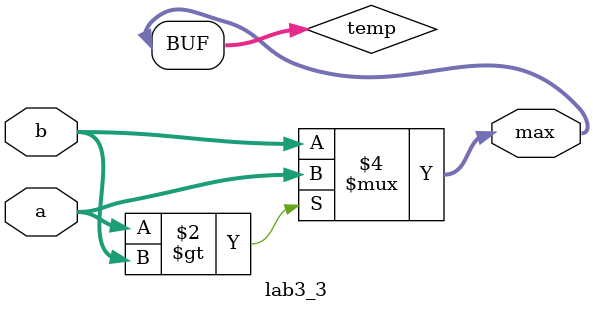
<source format=v>
module lab3_3(a, b, max);

input [3:0] a, b;
output [3:0] max;

reg [3:0] temp;

always @(a, b) begin
	if (a > b)
		temp = a;
	else
		temp = b;
end
	
assign max = temp;
	
endmodule

</source>
